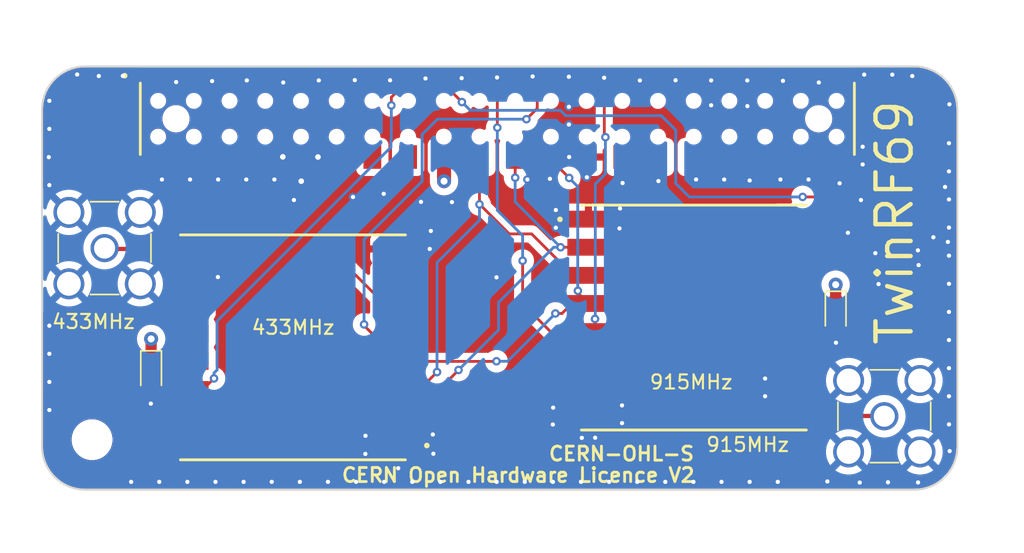
<source format=kicad_pcb>
(kicad_pcb (version 20241229) (generator "pcbnew") (generator_version "9.0")
  (layers (0 "F.Cu" signal) (4 "In1.Cu" signal) (6 "In2.Cu" signal) (2 "B.Cu" signal) (13 "F.Paste" user) (15 "B.Paste" user) (5 "F.SilkS" user "F.Silkscreen") (7 "B.SilkS" user "B.Silkscreen") (1 "F.Mask" user) (3 "B.Mask" user) (25 "Edge.Cuts" user))
  (net 0 "")
  (net 1 "5v2RPi")
  (net 2 "GND")
  (net 3 "ANT433")
  (net 4 "3v3")
  (net 5 "MOSI")
  (net 6 "MISO")
  (net 7 "SLCK")
  (net 8 "CS0")
  (net 9 "RST915")
  (net 10 "INTER433")
  (net 11 "CS1")
  (net 12 "ANT915")
  (net 13 "INTER915")
  (net 14 "RST433")
  (footprint "library-kicad:RFM69HCW" (layer "F.Cu") (at 149.2 96.38 180)
    (property "Reference" "REF**" (hide yes))
    (property "Value" "RFM69HCW")
    (fp_line (start 8 8) (end -8 8) (stroke (width 0.2032)) (layer "F.SilkS"))
    (fp_line (start -8 -8) (end 8 -8) (stroke (width 0.2032)) (layer "F.SilkS"))
    (fp_circle (center -9.525 -6.985) (end -9.425 -6.985) (stroke (width 0.2)) (fill no) (layer "F.SilkS"))
    (pad "" smd rect (at -7.5 -7 180) (size 3 1.2) (layers "F.Cu" "F.Mask" "F.Paste") (net 2 "GND"))
    (pad "" smd rect (at -7.5 -5 180) (size 3 1.2) (layers "F.Cu" "F.Mask" "F.Paste") (net 6 "MISO"))
    (pad "" smd rect (at -7.5 -3 180) (size 3 1.2) (layers "F.Cu" "F.Mask" "F.Paste") (net 5 "MOSI"))
    (pad "" smd rect (at -7.5 -1 180) (size 3 1.2) (layers "F.Cu" "F.Mask" "F.Paste") (net 7 "SLCK"))
    (pad "" smd rect (at -7.5 3 180) (size 3 1.2) (layers "F.Cu" "F.Mask" "F.Paste") (net 14 "RST433"))
    (pad "" smd rect (at -7.5 7 180) (size 3 1.2) (layers "F.Cu" "F.Mask" "F.Paste") (net 2 "GND"))
    (pad "" smd rect (at 7.5 -1 180) (size 3 1.2) (layers "F.Cu" "F.Mask" "F.Paste") (net 4 "3v3"))
    (pad "" smd rect (at 7.5 5 180) (size 3 1.2) (layers "F.Cu" "F.Mask" "F.Paste") (net 2 "GND"))
    (pad "" smd rect (at 7.5 7 180) (size 3 1.2) (layers "F.Cu" "F.Mask" "F.Paste") (net 3 "ANT433"))
    (pad "DIO0" smd rect (at 7.5 -3 180) (size 3 1.2) (layers "F.Cu" "F.Mask" "F.Paste") (net 10 "INTER433"))
    (pad "DIO1" smd rect (at 7.5 -5 180) (size 3 1.2) (layers "F.Cu" "F.Mask" "F.Paste"))
    (pad "DIO2" smd rect (at 7.5 -7 180) (size 3 1.2) (layers "F.Cu" "F.Mask" "F.Paste"))
    (pad "DIO3" smd rect (at 7.5 3 180) (size 3 1.2) (layers "F.Cu" "F.Mask" "F.Paste"))
    (pad "DIO4" smd rect (at 7.5 1 180) (size 3 1.2) (layers "F.Cu" "F.Mask" "F.Paste"))
    (pad "DIO5" smd rect (at -7.5 5 180) (size 3 1.2) (layers "F.Cu" "F.Mask" "F.Paste"))
    (pad "NSS" smd rect (at -7.5 1 180) (size 3 1.2) (layers "F.Cu" "F.Mask" "F.Paste") (net 8 "CS0"))
  )
  (footprint "Fiducial:Fiducial_1mm_Mask2mm" (layer "F.Cu") (at 133.59 98.75 90)
    (property "Reference" "FID1" (hide yes))
    (property "Value" "Fiducial_1mm_Mask2mm" (hide yes))
    (pad "" smd circle (at 0 0 90) (size 1 1) (layers "F.Cu" "F.Mask") (clearance 0.5))
  )
  (footprint "Fiducial:Fiducial_1mm_Mask2mm" (layer "F.Cu") (at 194.24 78.63 90)
    (property "Reference" "FID4" (hide yes))
    (property "Value" "Fiducial_1mm_Mask2mm" (hide yes))
    (pad "" smd circle (at 0 0 90) (size 1 1) (layers "F.Cu" "F.Mask") (clearance 0.5))
  )
  (footprint "digikey-footprints:RPi_SMD" (layer "F.Cu") (at 163.26 92.155 90)
    (property "Reference" "REF**" (hide yes))
    (property "Value" "RPi_SMD" (hide yes))
    (fp_line (start 14.575 -24.92) (end 9.495 -24.92) (stroke (width 0.2)) (layer "F.SilkS"))
    (fp_line (start 14.575 25.88) (end 9.495 25.88) (stroke (width 0.2)) (layer "F.SilkS"))
    (fp_circle (center 15.1 -26.03) (end 15.1 -26.13) (stroke (width 0.2)) (fill no) (layer "F.SilkS"))
    (fp_line (start 12.705 -31.91) (end -7.855 -31.91) (stroke (width 0.12)) (layer "Edge.Cuts"))
    (fp_line (start -7.855 -31.91) (end -11.295 -31.91) (stroke (width 0.12)) (layer "Edge.Cuts"))
    (fp_line (start 15.765 -28.85) (end 15.765 30.15) (stroke (width 0.12)) (layer "Edge.Cuts"))
    (fp_line (start -14.355 -28.85) (end -14.355 26.46) (stroke (width 0.12)) (layer "Edge.Cuts"))
    (fp_line (start -14.355 26.46) (end -14.355 30.15) (stroke (width 0.12)) (layer "Edge.Cuts"))
    (fp_line (start 12.705 33.21) (end -11.295 33.21) (stroke (width 0.12)) (layer "Edge.Cuts"))
    (fp_arc (start 12.705 -31.91) (mid 14.868747 -31.013747) (end 15.765 -28.85) (stroke (width 0.12)) (layer "Edge.Cuts"))
    (fp_arc (start -14.355 -28.85) (mid -13.458747 -31.013747) (end -11.295 -31.91) (stroke (width 0.12)) (layer "Edge.Cuts"))
    (fp_arc (start 15.765 30.15) (mid 14.868747 32.313747) (end 12.705 33.21) (stroke (width 0.12)) (layer "Edge.Cuts"))
    (fp_arc (start -11.295 33.21) (mid -13.458747 32.313747) (end -14.355 30.15) (stroke (width 0.12)) (layer "Edge.Cuts"))
    (pad "" np_thru_hole circle (at -10.795 -28.35) (size 2.75 2.75) (drill 2.75) (layers "*.Cu" "*.Mask"))
    (pad "" smd rect (at 9.315 -3.33 180) (size 1.27 1.68) (layers "F.Cu" "F.Mask" "F.Paste") (net 4 "3v3"))
    (pad "" smd rect (at 9.315 -0.79 180) (size 1.27 1.68) (layers "F.Cu" "F.Mask" "F.Paste") (net 5 "MOSI"))
    (pad "" smd rect (at 9.315 1.75 180) (size 1.27 1.68) (layers "F.Cu" "F.Mask" "F.Paste") (net 6 "MISO"))
    (pad "" smd rect (at 9.315 4.29 180) (size 1.27 1.68) (layers "F.Cu" "F.Mask" "F.Paste") (net 7 "SLCK"))
    (pad "" np_thru_hole circle (at 10.765 -23.65 180) (size 0.97 0.97) (drill 0.97) (layers "*.Cu" "*.Mask"))
    (pad "" np_thru_hole circle (at 10.765 -21.11 180) (size 0.97 0.97) (drill 0.97) (layers "*.Cu" "*.Mask"))
    (pad "" np_thru_hole circle (at 10.765 -18.57 180) (size 0.97 0.97) (drill 0.97) (layers "*.Cu" "*.Mask"))
    (pad "" np_thru_hole circle (at 10.765 -16.03 180) (size 0.97 0.97) (drill 0.97) (layers "*.Cu" "*.Mask"))
    (pad "" np_thru_hole circle (at 10.765 -13.49 180) (size 0.97 0.97) (drill 0.97) (layers "*.Cu" "*.Mask"))
    (pad "" np_thru_hole circle (at 10.765 -10.95 180) (size 0.97 0.97) (drill 0.97) (layers "*.Cu" "*.Mask"))
    (pad "" np_thru_hole circle (at 10.765 -8.41 180) (size 0.97 0.97) (drill 0.97) (layers "*.Cu" "*.Mask"))
    (pad "" np_thru_hole circle (at 10.765 -5.87 180) (size 0.97 0.97) (drill 0.97) (layers "*.Cu" "*.Mask"))
    (pad "" np_thru_hole circle (at 10.765 -3.33 180) (size 0.97 0.97) (drill 0.97) (layers "*.Cu" "*.Mask"))
    (pad "" np_thru_hole circle (at 10.765 -0.79 180) (size 0.97 0.97) (drill 0.97) (layers "*.Cu" "*.Mask"))
    (pad "" np_thru_hole circle (at 10.765 1.75 180) (size 0.97 0.97) (drill 0.97) (layers "*.Cu" "*.Mask"))
    (pad "" np_thru_hole circle (at 10.765 4.29 180) (size 0.97 0.97) (drill 0.97) (layers "*.Cu" "*.Mask"))
    (pad "" np_thru_hole circle (at 10.765 6.83 180) (size 0.97 0.97) (drill 0.97) (layers "*.Cu" "*.Mask"))
    (pad "" np_thru_hole circle (at 10.765 9.37 180) (size 0.97 0.97) (drill 0.97) (layers "*.Cu" "*.Mask"))
    (pad "" np_thru_hole circle (at 10.765 11.91 180) (size 0.97 0.97) (drill 0.97) (layers "*.Cu" "*.Mask"))
    (pad "" np_thru_hole circle (at 10.765 14.45 180) (size 0.97 0.97) (drill 0.97) (layers "*.Cu" "*.Mask"))
    (pad "" np_thru_hole circle (at 10.765 16.99 180) (size 0.97 0.97) (drill 0.97) (layers "*.Cu" "*.Mask"))
    (pad "" np_thru_hole circle (at 10.765 19.53 180) (size 0.97 0.97) (drill 0.97) (layers "*.Cu" "*.Mask"))
    (pad "" np_thru_hole circle (at 10.765 22.07 180) (size 0.97 0.97) (drill 0.97) (layers "*.Cu" "*.Mask"))
    (pad "" np_thru_hole circle (at 10.765 24.61 180) (size 0.97 0.97) (drill 0.97) (layers "*.Cu" "*.Mask"))
    (pad "" np_thru_hole circle (at 12.035 -22.38 180) (size 1.78 1.78) (drill 1.78) (layers "*.Cu" "*.Mask"))
    (pad "" np_thru_hole circle (at 12.035 23.34 180) (size 1.78 1.78) (drill 1.78) (layers "*.Cu" "*.Mask"))
    (pad "" np_thru_hole circle (at 13.305 -23.65 180) (size 0.97 0.97) (drill 0.97) (layers "*.Cu" "*.Mask"))
    (pad "" np_thru_hole circle (at 13.305 -21.11 180) (size 0.97 0.97) (drill 0.97) (layers "*.Cu" "*.Mask"))
    (pad "" np_thru_hole circle (at 13.305 -18.57 180) (size 0.97 0.97) (drill 0.97) (layers "*.Cu" "*.Mask"))
    (pad "" np_thru_hole circle (at 13.305 -16.03 180) (size 0.97 0.97) (drill 0.97) (layers "*.Cu" "*.Mask"))
    (pad "" np_thru_hole circle (at 13.305 -13.49 180) (size 0.97 0.97) (drill 0.97) (layers "*.Cu" "*.Mask"))
    (pad "" np_thru_hole circle (at 13.305 -10.95 180) (size 0.97 0.97) (drill 0.97) (layers "*.Cu" "*.Mask"))
    (pad "" np_thru_hole circle (at 13.305 -8.41 180) (size 0.97 0.97) (drill 0.97) (layers "*.Cu" "*.Mask"))
    (pad "" np_thru_hole circle (at 13.305 -5.87 180) (size 0.97 0.97) (drill 0.97) (layers "*.Cu" "*.Mask"))
    (pad "" np_thru_hole circle (at 13.305 -3.33 180) (size 0.97 0.97) (drill 0.97) (layers "*.Cu" "*.Mask"))
    (pad "" np_thru_hole circle (at 13.305 -0.79 180) (size 0.97 0.97) (drill 0.97) (layers "*.Cu" "*.Mask"))
    (pad "" np_thru_hole circle (at 13.305 1.75 180) (size 0.97 0.97) (drill 0.97) (layers "*.Cu" "*.Mask"))
    (pad "" np_thru_hole circle (at 13.305 4.29 180) (size 0.97 0.97) (drill 0.97) (layers "*.Cu" "*.Mask"))
    (pad "" np_thru_hole circle (at 13.305 6.83 180) (size 0.97 0.97) (drill 0.97) (layers "*.Cu" "*.Mask"))
    (pad "" np_thru_hole circle (at 13.305 9.37 180) (size 0.97 0.97) (drill 0.97) (layers "*.Cu" "*.Mask"))
    (pad "" np_thru_hole circle (at 13.305 11.91 180) (size 0.97 0.97) (drill 0.97) (layers "*.Cu" "*.Mask"))
    (pad "" np_thru_hole circle (at 13.305 14.45 180) (size 0.97 0.97) (drill 0.97) (layers "*.Cu" "*.Mask"))
    (pad "" np_thru_hole circle (at 13.305 16.99 180) (size 0.97 0.97) (drill 0.97) (layers "*.Cu" "*.Mask"))
    (pad "" np_thru_hole circle (at 13.305 19.53 180) (size 0.97 0.97) (drill 0.97) (layers "*.Cu" "*.Mask"))
    (pad "" np_thru_hole circle (at 13.305 22.07 180) (size 0.97 0.97) (drill 0.97) (layers "*.Cu" "*.Mask"))
    (pad "" np_thru_hole circle (at 13.305 24.61 180) (size 0.97 0.97) (drill 0.97) (layers "*.Cu" "*.Mask"))
    (pad "01" smd rect (at 14.755 -23.65 180) (size 1.27 1.68) (layers "F.Cu" "F.Mask" "F.Paste") (net 1 "5v2RPi"))
    (pad "03" smd rect (at 14.755 -21.11 180) (size 1.27 1.68) (layers "F.Cu" "F.Mask" "F.Paste") (net 1 "5v2RPi"))
    (pad "3v3" smd rect (at 9.315 -23.65 180) (size 1.27 1.68) (layers "F.Cu" "F.Mask" "F.Paste"))
    (pad "04" smd rect (at 9.315 -21.11 180) (size 1.27 1.68) (layers "F.Cu" "F.Mask" "F.Paste"))
    (pad "06" smd rect (at 9.315 -18.57 180) (size 1.27 1.68) (layers "F.Cu" "F.Mask" "F.Paste"))
    (pad "07" smd rect (at 14.755 -16.03 180) (size 1.27 1.68) (layers "F.Cu" "F.Mask" "F.Paste"))
    (pad "08" smd rect (at 9.315 -16.03 180) (size 1.27 1.68) (layers "F.Cu" "F.Mask" "F.Paste"))
    (pad "09" smd rect (at 14.755 -13.49 180) (size 1.27 1.68) (layers "F.Cu" "F.Mask" "F.Paste"))
    (pad "11" smd rect (at 14.755 -10.95 180) (size 1.27 1.68) (layers "F.Cu" "F.Mask" "F.Paste"))
    (pad "14" smd rect (at 9.315 -8.41 180) (size 1.27 1.68) (layers "F.Cu" "F.Mask" "F.Paste"))
    (pad "15" smd rect (at 9.315 -5.87 180) (size 1.27 1.68) (layers "F.Cu" "F.Mask" "F.Paste") (net 14 "RST433"))
    (pad "16" smd rect (at 14.755 -5.87 180) (size 1.27 1.68) (layers "F.Cu" "F.Mask" "F.Paste") (net 10 "INTER433"))
    (pad "18" smd rect (at 14.755 -3.33 180) (size 1.27 1.68) (layers "F.Cu" "F.Mask" "F.Paste") (net 13 "INTER915"))
    (pad "22" smd rect (at 14.755 1.75 180) (size 1.27 1.68) (layers "F.Cu" "F.Mask" "F.Paste") (net 9 "RST915"))
    (pad "24" smd rect (at 14.755 4.29 180) (size 1.27 1.68) (layers "F.Cu" "F.Mask" "F.Paste") (net 8 "CS0"))
    (pad "26" smd rect (at 14.755 6.83 180) (size 1.27 1.68) (layers "F.Cu" "F.Mask" "F.Paste") (net 11 "CS1"))
    (pad "27" smd rect (at 14.755 9.37 180) (size 1.27 1.68) (layers "F.Cu" "F.Mask" "F.Paste"))
    (pad "28" smd rect (at 9.315 9.37 180) (size 1.27 1.68) (layers "F.Cu" "F.Mask" "F.Paste"))
    (pad "30" smd rect (at 9.315 11.91 180) (size 1.27 1.68) (layers "F.Cu" "F.Mask" "F.Paste"))
    (pad "31" smd rect (at 14.755 14.45 180) (size 1.27 1.68) (layers "F.Cu" "F.Mask" "F.Paste"))
    (pad "32" smd rect (at 9.315 14.45 180) (size 1.27 1.68) (layers "F.Cu" "F.Mask" "F.Paste"))
    (pad "34" smd rect (at 9.315 16.99 180) (size 1.27 1.68) (layers "F.Cu" "F.Mask" "F.Paste"))
    (pad "35" smd rect (at 14.755 19.53 180) (size 1.27 1.68) (layers "F.Cu" "F.Mask" "F.Paste"))
    (pad "36" smd rect (at 9.315 19.53 180) (size 1.27 1.68) (layers "F.Cu" "F.Mask" "F.Paste"))
    (pad "37" smd rect (at 14.755 22.07 180) (size 1.27 1.68) (layers "F.Cu" "F.Mask" "F.Paste"))
    (pad "38" smd rect (at 9.315 22.07 180) (size 1.27 1.68) (layers "F.Cu" "F.Mask" "F.Paste"))
    (pad "39" smd rect (at 14.755 24.61 180) (size 1.27 1.68) (layers "F.Cu" "F.Mask" "F.Paste"))
    (pad "GND" smd rect (at 9.315 -13.49 180) (size 1.27 1.68) (layers "F.Cu" "F.Mask" "F.Paste") (net 2 "GND"))
    (pad "GND" smd rect (at 9.315 6.83 180) (size 1.27 1.68) (layers "F.Cu" "F.Mask" "F.Paste") (net 2 "GND"))
    (pad "GND" smd rect (at 9.315 24.61 180) (size 1.27 1.68) (layers "F.Cu" "F.Mask" "F.Paste") (net 2 "GND"))
    (pad "GND" smd rect (at 14.755 -18.57 180) (size 1.27 1.68) (layers "F.Cu" "F.Mask" "F.Paste") (net 2 "GND"))
    (pad "GND" smd rect (at 14.755 -8.41 180) (size 1.27 1.68) (layers "F.Cu" "F.Mask" "F.Paste") (net 2 "GND"))
    (pad "GND" smd rect (at 14.755 -0.79 180) (size 1.27 1.68) (layers "F.Cu" "F.Mask" "F.Paste") (net 2 "GND"))
    (pad "GND" smd rect (at 14.755 11.91 180) (size 1.27 1.68) (layers "F.Cu" "F.Mask" "F.Paste") (net 2 "GND"))
    (pad "GND" smd rect (at 14.755 16.99 180) (size 1.27 1.68) (layers "F.Cu" "F.Mask" "F.Paste") (net 2 "GND"))
    (pad "GPIO17" smd rect (at 9.315 -10.95 180) (size 1.27 1.68) (layers "F.Cu" "F.Mask" "F.Paste"))
  )
  (footprint "Fiducial:Fiducial_1mm_Mask2mm" (layer "F.Cu") (at 133.4 78.53 90)
    (property "Reference" "FID2" (hide yes))
    (property "Value" "Fiducial_1mm_Mask2mm" (hide yes))
    (pad "" smd circle (at 0 0 90) (size 1 1) (layers "F.Cu" "F.Mask") (clearance 0.5))
  )
  (footprint "Connectors:SMA_THT_Jack_Straight" (layer "F.Cu") (at 135.8 89.32)
    (property "Reference" "REF**" (hide yes))
    (property "Value" "SMA_THT_Jack_Straight" (hide yes))
    (fp_line (start -3.3 -1) (end -3.3 1) (stroke (width 0.12)) (layer "F.SilkS"))
    (fp_line (start -1 -3.3) (end 1 -3.3) (stroke (width 0.12)) (layer "F.SilkS"))
    (fp_line (start -1 3.3) (end 1 3.3) (stroke (width 0.12)) (layer "F.SilkS"))
    (fp_line (start 3.3 -1) (end 3.3 1) (stroke (width 0.12)) (layer "F.SilkS"))
    (pad "" thru_hole circle (at 0 0) (size 2 2) (drill 1.5) (layers "*.Cu" "*.Mask") (net 3 "ANT433"))
    (pad "" thru_hole circle (at 2.54 2.54) (size 2.2 2.2) (drill 1.7) (layers "*.Cu" "*.Mask") (net 2 "GND"))
    (pad "2" thru_hole circle (at -2.54 -2.54) (size 2.2 2.2) (drill 1.7) (layers "*.Cu" "*.Mask") (net 2 "GND"))
    (pad "2" thru_hole circle (at -2.54 2.54) (size 2.2 2.2) (drill 1.7) (layers "*.Cu" "*.Mask") (net 2 "GND"))
    (pad "2" thru_hole circle (at 2.54 -2.54) (size 2.2 2.2) (drill 1.7) (layers "*.Cu" "*.Mask") (net 2 "GND"))
  )
  (footprint "LOGO" (layer "F.Cu") (at 163.68 94.94)
    (property "Reference" "G***" (hide yes))
    (property "Value" "LOGO" (hide yes))
  )
  (footprint "Fiducial:Fiducial_1mm_Mask2mm" (layer "F.Cu") (at 185.61 104.94 90)
    (property "Reference" "FID5" (hide yes))
    (property "Value" "Fiducial_1mm_Mask2mm" (hide yes))
    (pad "" smd circle (at 0 0 90) (size 1 1) (layers "F.Cu" "F.Mask") (clearance 0.5))
  )
  (footprint "library-kicad:RFM69HCW" (layer "F.Cu") (at 177.72 94.26)
    (property "Reference" "REF**" (hide yes))
    (property "Value" "RFM69HCW")
    (fp_line (start -8 -8) (end 8 -8) (stroke (width 0.2032)) (layer "F.SilkS"))
    (fp_line (start 8 8) (end -8 8) (stroke (width 0.2032)) (layer "F.SilkS"))
    (fp_circle (center -9.525 -6.985) (end -9.425 -6.985) (stroke (width 0.2)) (fill no) (layer "F.SilkS"))
    (pad "" smd rect (at -7.5 -7) (size 3 1.2) (layers "F.Cu" "F.Mask" "F.Paste") (net 2 "GND"))
    (pad "" smd rect (at -7.5 -5) (size 3 1.2) (layers "F.Cu" "F.Mask" "F.Paste") (net 6 "MISO"))
    (pad "" smd rect (at -7.5 -3) (size 3 1.2) (layers "F.Cu" "F.Mask" "F.Paste") (net 5 "MOSI"))
    (pad "" smd rect (at -7.5 -1) (size 3 1.2) (layers "F.Cu" "F.Mask" "F.Paste") (net 7 "SLCK"))
    (pad "" smd rect (at -7.5 3) (size 3 1.2) (layers "F.Cu" "F.Mask" "F.Paste") (net 9 "RST915"))
    (pad "" smd rect (at -7.5 7) (size 3 1.2) (layers "F.Cu" "F.Mask" "F.Paste") (net 2 "GND"))
    (pad "" smd rect (at 7.5 -1) (size 3 1.2) (layers "F.Cu" "F.Mask" "F.Paste") (net 4 "3v3"))
    (pad "" smd rect (at 7.5 5) (size 3 1.2) (layers "F.Cu" "F.Mask" "F.Paste") (net 2 "GND"))
    (pad "" smd rect (at 7.5 7) (size 3 1.2) (layers "F.Cu" "F.Mask" "F.Paste") (net 12 "ANT915"))
    (pad "DIO0" smd rect (at 7.5 -3) (size 3 1.2) (layers "F.Cu" "F.Mask" "F.Paste") (net 13 "INTER915"))
    (pad "DIO1" smd rect (at 7.5 -5) (size 3 1.2) (layers "F.Cu" "F.Mask" "F.Paste"))
    (pad "DIO2" smd rect (at 7.5 -7) (size 3 1.2) (layers "F.Cu" "F.Mask" "F.Paste"))
    (pad "DIO3" smd rect (at 7.5 3) (size 3 1.2) (layers "F.Cu" "F.Mask" "F.Paste"))
    (pad "DIO4" smd rect (at 7.5 1) (size 3 1.2) (layers "F.Cu" "F.Mask" "F.Paste"))
    (pad "DIO5" smd rect (at -7.5 5) (size 3 1.2) (layers "F.Cu" "F.Mask" "F.Paste"))
    (pad "NSS" smd rect (at -7.5 1) (size 3 1.2) (layers "F.Cu" "F.Mask" "F.Paste") (net 11 "CS1"))
  )
  (footprint "Connectors:SMA_THT_Jack_Straight" (layer "F.Cu") (at 191.27 101.28 180)
    (property "Reference" "REF**" (hide yes))
    (property "Value" "SMA_THT_Jack_Straight" (hide yes))
    (fp_line (start 3.3 -1) (end 3.3 1) (stroke (width 0.12)) (layer "F.SilkS"))
    (fp_line (start -1 3.3) (end 1 3.3) (stroke (width 0.12)) (layer "F.SilkS"))
    (fp_line (start -1 -3.3) (end 1 -3.3) (stroke (width 0.12)) (layer "F.SilkS"))
    (fp_line (start -3.3 -1) (end -3.3 1) (stroke (width 0.12)) (layer "F.SilkS"))
    (pad "" thru_hole circle (at 0 0 180) (size 2 2) (drill 1.5) (layers "*.Cu" "*.Mask") (net 12 "ANT915"))
    (pad "" thru_hole circle (at 2.54 2.54 180) (size 2.2 2.2) (drill 1.7) (layers "*.Cu" "*.Mask") (net 2 "GND"))
    (pad "2" thru_hole circle (at -2.54 -2.54 180) (size 2.2 2.2) (drill 1.7) (layers "*.Cu" "*.Mask") (net 2 "GND"))
    (pad "2" thru_hole circle (at -2.54 2.54 180) (size 2.2 2.2) (drill 1.7) (layers "*.Cu" "*.Mask") (net 2 "GND"))
    (pad "2" thru_hole circle (at 2.54 -2.54 180) (size 2.2 2.2) (drill 1.7) (layers "*.Cu" "*.Mask") (net 2 "GND"))
  )
  (footprint "LED_SMD:LED_0603_1608Metric_Pad1.05x0.95mm_HandSolder" (layer "F.Cu") (at 187.81 94.0525 -90)
    (property "Reference" "D1" (hide yes))
    (property "Value" "" (hide yes))
    (fp_line (start -1.66 0.735) (end 0.8 0.735) (stroke (width 0.12)) (layer "F.SilkS"))
    (fp_line (start -1.66 -0.735) (end -1.66 0.735) (stroke (width 0.12)) (layer "F.SilkS"))
    (fp_line (start 0.8 -0.735) (end -1.66 -0.735) (stroke (width 0.12)) (layer "F.SilkS"))
    (pad "" smd roundrect (at 0.875 0 270) (size 1.05 0.95) (layers "F.Cu" "F.Mask" "F.Paste") (net 2 "GND"))
    (pad "1" smd roundrect (at -0.875 0 270) (size 1.05 0.95) (layers "F.Cu" "F.Mask" "F.Paste") (net 4 "3v3"))
  )
  (footprint "LED_SMD:LED_0603_1608Metric_Pad1.05x0.95mm_HandSolder" (layer "F.Cu") (at 139.11 98.285 -90)
    (property "Reference" "D1" (hide yes))
    (property "Value" "" (hide yes))
    (fp_line (start -1.66 0.735) (end 0.8 0.735) (stroke (width 0.12)) (layer "F.SilkS"))
    (fp_line (start -1.66 -0.735) (end -1.66 0.735) (stroke (width 0.12)) (layer "F.SilkS"))
    (fp_line (start 0.8 -0.735) (end -1.66 -0.735) (stroke (width 0.12)) (layer "F.SilkS"))
    (pad "" smd roundrect (at 0.875 0 270) (size 1.05 0.95) (layers "F.Cu" "F.Mask" "F.Paste") (net 2 "GND"))
    (pad "1" smd roundrect (at -0.875 0 270) (size 1.05 0.95) (layers "F.Cu" "F.Mask" "F.Paste") (net 4 "3v3"))
  )
  (gr_text "TwinRF69" (at 192 87.5 90) (layer "F.SilkS") (effects (font (size 2.5 2.5) (thickness 0.3125))))
  (gr_text "CERN Open Hardware Licence V2" (at 152.57 106.06 0) (layer "F.SilkS") (effects (font (size 1 1) (thickness 0.2) (bold yes)) (justify left bottom)))
  (gr_text "CERN-OHL-S" (at 167.3 104.54 0) (layer "F.SilkS") (effects (font (size 1 1) (thickness 0.2) (bold yes)) (justify left bottom)))
  (gr_text "915MHz" (at 177.53 98.85 0) (layer "F.SilkS") (effects (font (size 1.003244 1.003244))))
  (gr_text "433MHz" (at 149.21 94.96 0) (layer "F.SilkS") (effects (font (size 1.003244 1.003244))))
  (gr_text "433MHz" (at 135.01 94.55 0) (layer "F.SilkS") (effects (font (size 1.003244 1.003244))))
  (gr_text "915MHz" (at 181.55 103.3 0) (layer "F.SilkS") (effects (font (size 1.003244 1.003244))))
  (segment (start 143.45 77.44) (end 143.49 77.4) (width 0.2) (layer "F.Cu") (net 2))
  (segment (start 185.22 99.26) (end 183.45 99.26) (width 0.2) (layer "F.Cu") (net 2))
  (segment (start 170.22 87.26) (end 168.7 87.26) (width 0.2) (layer "F.Cu") (net 2))
  (segment (start 193.15 99.26) (end 193.69 98.72) (width 0.3) (layer "F.Cu") (net 2))
  (segment (start 139.11 99.16) (end 139.11 100.365) (width 0.4) (layer "F.Cu") (net 2))
  (segment (start 187.83 96.05) (end 187.83 94.9475) (width 0.2) (layer "F.Cu") (net 2))
  (segment (start 158.93 89.38) (end 156.7 89.38) (width 0.6) (layer "F.Cu") (net 2))
  (segment (start 143.86 91.38) (end 141.7 91.38) (width 0.5) (layer "F.Cu") (net 2))
  (segment (start 187.87 83.025) (end 187.87 83.28) (width 0.6) (layer "F.Cu") (net 2))
  (segment (start 183.45 99.26) (end 182.79 98.6) (width 0.2) (layer "F.Cu") (net 2))
  (segment (start 187.83 94.9475) (end 187.81 94.9275) (width 0.2) (layer "F.Cu") (net 2))
  (segment (start 133.77 91.38) (end 133.23 91.92) (width 0.3) (layer "F.Cu") (net 2))
  (segment (start 162.27 77.6) (end 162.19 77.52) (width 0.2) (layer "F.Cu") (net 2))
  (segment (start 187.87 83.3) (end 187.87 83.025) (width 0.6) (layer "F.Cu") (net 2))
  (via (at 139.69 105.95) (size 0.6) (drill 0.3) (layers "F.Cu" "B.Cu") (net 2))
  (via (at 155.66 85.46) (size 0.6) (drill 0.3) (layers "F.Cu" "B.Cu") (net 2))
  (via (at 163.68 91.4) (size 0.6) (drill 0.3) (layers "F.Cu" "B.Cu") (net 2))
  (via (at 187.22 105.92) (size 0.6) (drill 0.3) (layers "F.Cu" "B.Cu") (net 2))
  (via (at 172.61 101.77) (size 0.6) (drill 0.3) (layers "F.Cu" "B.Cu") (net 2))
  (via (at 195.87 99.86) (size 0.6) (drill 0.3) (layers "F.Cu" "B.Cu") (net 2))
  (via (at 184.06 77.42) (size 0.6) (drill 0.3) (layers "F.Cu" "B.Cu") (net 2))
  (via (at 153.69 105.95) (size 0.6) (drill 0.3) (layers "F.Cu" "B.Cu") (net 2))
  (via (at 149.79 84.56) (size 0.8) (drill 0.4) (layers "F.Cu" "B.Cu") (net 2))
  (via (at 145.92 77.39) (size 0.6) (drill 0.3) (layers "F.Cu" "B.Cu") (net 2))
  (via (at 169.75 102.82) (size 0.6) (drill 0.3) (layers "F.Cu" "B.Cu") (net 2))
  (via (at 183.69 105.95) (size 0.6) (drill 0.3) (layers "F.Cu" "B.Cu") (net 2))
  (via (at 148.51 77.54) (size 0.6) (drill 0.3) (layers "F.Cu" "B.Cu") (net 2))
  (via (at 195.87 83.86) (size 0.6) (drill 0.3) (layers "F.Cu" "B.Cu") (net 2))
  (via (at 153.474265 85.684265) (size 0.6) (drill 0.3) (layers "F.Cu" "B.Cu") (net 2))
  (via (at 193.66 89.48) (size 0.6) (drill 0.3) (layers "F.Cu" "B.Cu") (net 2))
  (via (at 193.67 105.99) (size 0.6) (drill 0.3) (layers "F.Cu" "B.Cu") (net 2))
  (via (at 143.88 84.44) (size 0.6) (drill 0.3) (layers "F.Cu" "B.Cu") (net 2))
  (via (at 161.689999 105.95) (size 0.6) (drill 0.3) (layers "F.Cu" "B.Cu") (net 2))
  (via (at 159.19 103.95) (size 0.6) (drill 0.3) (layers "F.Cu" "B.Cu") (net 2))
  (via (at 181.52 77.39) (size 0.6) (drill 0.3) (layers "F.Cu" "B.Cu") (net 2))
  (via (at 168.85 82.84) (size 0.6) (drill 0.3) (layers "F.Cu" "B.Cu") (net 2))
  (via (at 143.69 105.95) (size 0.6) (drill 0.3) (layers "F.Cu" "B.Cu") (net 2))
  (via (at 145.69 105.95) (size 0.6) (drill 0.3) (layers "F.Cu" "B.Cu") (net 2))
  (via (at 170.11 84.28) (size 0.6) (drill 0.3) (layers "F.Cu" "B.Cu") (net 2))
  (via (at 141.88 84.44) (size 0.6) (drill 0.3) (layers "F.Cu" "B.Cu") (net 2))
  (via (at 131.87 80.84) (size 0.6) (drill 0.3) (layers "F.Cu" "B.Cu") (net 2))
  (via (at 195.87 89.86) (size 0.6) (drill 0.3) (layers "F.Cu" "B.Cu") (net 2))
  (via (at 177.69 105.95) (size 0.6) (drill 0.3) (layers "F.Cu" "B.Cu") (net 2))
  (via (at 139.09 100.385) (size 0.6) (drill 0.3) (layers "F.Cu" "B.Cu") (net 2))
  (via (at 189.52 106) (size 0.6) (drill 0.3) (layers "F.Cu" "B.Cu") (net 2))
  (via (at 190.86 91.88) (size 0.6) (drill 0.3) (layers "F.Cu" "B.Cu") (net 2))
  (via (at 170.7 102.81) (size 0.6) (drill 0.3) (layers "F.Cu" "B.Cu") (net 2))
  (via (at 195.87 97.86) (size 0.6) (drill 0.3) (layers "F.Cu" "B.Cu") (net 2))
  (via (at 137.100001 77.07) (size 0.6) (drill 0.3) (layers "F.Cu" "B.Cu") (net 2))
  (via (at 147.69 105.95) (size 0.6) (drill 0.3) (layers "F.Cu" "B.Cu") (net 2))
  (via (at 177.88 84.44) (size 0.6) (drill 0.3) (layers "F.Cu" "B.Cu") (net 2))
  (via (at 171.34 77.2) (size 0.6) (drill 0.3) (layers "F.Cu" "B.Cu") (net 2))
  (via (at 167.69 105.95) (size 0.6) (drill 0.3) (layers "F.Cu" "B.Cu") (net 2))
  (via (at 167.48 84.39) (size 0.6) (drill 0.3) (layers "F.Cu" "B.Cu") (net 2))
  (via (at 157.69 105.95) (size 0.6) (drill 0.3) (layers "F.Cu" "B.Cu") (net 2))
  (via (at 151.69 105.95) (size 0.6) (drill 0.3) (layers "F.Cu" "B.Cu") (net 2))
  (via (at 188.09 84.71) (size 0.6) (drill 0.3) (layers "F.Cu" "B.Cu") (net 2))
  (via (at 169.69 105.95) (size 0.6) (drill 0.3) (layers "F.Cu" "B.Cu") (net 2))
  (via (at 195.87 91.86) (size 0.6) (drill 0.3) (layers "F.Cu" "B.Cu") (net 2))
  (via (at 181.53 79.22) (size 0.6) (drill 0.3) (layers "F.Cu" "B.Cu") (net 2))
  (via (at 172.43 87.92) (size 0.6) (drill 0.3) (layers "F.Cu" "B.Cu") (net 2))
  (via (at 163.69 105.95) (size 0.6) (drill 0.3) (layers "F.Cu" "B.Cu") (net 2))
  (via (at 194.76 88.55) (size 0.6) (drill 0.3) (layers "F.Cu" "B.Cu") (net 2))
  (via (at 172.65 84.69) (size 0.6) (drill 0.3) (layers "F.Cu" "B.Cu") (net 2))
  (via (at 187.83 96.05) (size 0.6) (drill 0.3) (layers "F.Cu" "B.Cu") (net 2))
  (via (at 195.87 93.859999) (size 0.6) (drill 0.3) (layers "F.Cu" "B.Cu") (net 2))
  (via (at 193.71 90.53) (size 0.6) (drill 0.3) (layers "F.Cu" "B.Cu") (net 2))
  (via (at 172.61 100.51) (size 0.6) (drill 0.3) (layers "F.Cu" "B.Cu") (net 2))
  (via (at 158.31 86.03) (size 0.6) (drill 0.3) (layers "F.Cu" "B.Cu") (net 2))
  (via (at 165.88 84.44) (size 0.6) (drill 0.3) (layers "F.Cu" "B.Cu") (net 2))
  (via (at 141.69 105.95) (size 0.6) (drill 0.3) (layers "F.Cu" "B.Cu") (net 2))
  (via (at 153.6 77.37) (size 0.6) (drill 0.3) (layers "F.Cu" "B.Cu") (net 2))
  (via (at 131.87 84.84) (size 0.6) (drill 0.3) (layers "F.Cu" "B.Cu") (net 2))
  (via (at 195.87 95.86) (size 0.6) (drill 0.3) (layers "F.Cu" "B.Cu") (net 2))
  (via (at 163.72 77.18) (size 0.6) (drill 0.3) (layers "F.Cu" "B.Cu") (net 2))
  (via (at 172.47 86.5) (size 0.6) (drill 0.3) (layers "F.Cu" "B.Cu") (net 2))
  (via (at 195.59 84.97) (size 0.6) (drill 0.3) (layers "F.Cu" "B.Cu") (net 2))
  (via (at 131.87 96.84) (size 0.6) (drill 0.3) (layers "F.Cu" "B.Cu") (net 2))
  (via (at 195.87 85.86) (size 0.6) (drill 0.3) (layers "F.Cu" "B.Cu") (net 2))
  (via (at 149.27 85.9) (size 0.6) (drill 0.3) (layers "F.Cu" "B.Cu") (net 2))
  (via (at 195.87 87.86) (size 0.6) (drill 0.3) (layers "F.Cu" "B.Cu") (net 2))
  (via (at 150.98 82.84) (size 0.8) (drill 0.4) (layers "F.Cu" "B.Cu") (net 2))
  (via (at 166.25 77.11) (size 0.6) (drill 0.3) (layers "F.Cu" "B.Cu") (net 2))
  (via (at 188.68 88.23) (size 0.6) (drill 0.3) (layers "F.Cu" "B.Cu") (net 2))
  (via (at 131.87 78.839999) (size 0.6) (drill 0.3) (layers "F.Cu" "B.Cu") (net 2))
  (via (at 167.9 87.87) (size 0.6) (drill 0.3) (layers "F.Cu" "B.Cu") (net 2))
  (via (at 165.69 105.95) (size 0.6) (drill 0.3) (layers "F.Cu" "B.Cu") (net 2))
  (via (at 158.93 89.38) (size 0.6) (drill 0.3) (layers "F.Cu" "B.Cu") (net 2))
  (via (at 182.79 98.6) (size 0.6) (drill 0.3) (layers "F.Cu" "B.Cu") (net 2))
  (via (at 179.88 84.44) (size 0.6) (drill 0.3) (layers "F.Cu" "B.Cu") (net 2))
  (via (at 154.36 102.67) (size 0.6) (drill 0.3) (layers "F.Cu" "B.Cu") (net 2))
  (via (at 181.69 84.51) (size 0.6) (drill 0.3) (layers "F.Cu" "B.Cu") (net 2))
  (via (at 179.69 105.95) (size 0.6) (drill 0.3) (layers "F.Cu" "B.Cu") (net 2))
  (via (at 133.85 76.97) (size 0.6) (drill 0.3) (layers "F.Cu" "B.Cu") (net 2))
  (via (at 155.69 105.95) (size 0.6) (drill 0.3) (layers "F.Cu" "B.Cu") (net 2))
  (via (at 195.9 79.09) (size 0.6) (drill 0.3) (layers "F.Cu" "B.Cu") (net 2))
  (via (at 151.04 77.39) (size 0.6) (drill 0.3) (layers "F.Cu" "B.Cu") (net 2))
  (via (at 143.45 77.44) (size 0.6) (drill 0.3) (layers "F.Cu" "B.Cu") (net 2))
  (via (at 186.61 77.54) (size 0.6) (drill 0.3) (layers "F.Cu" "B.Cu") (net 2))
  (via (at 149.689999 105.95) (size 0.6) (drill 0.3) (layers "F.Cu" "B.Cu") (net 2))
  (via (at 168.83 80.53) (size 0.6) (drill 0.3) (layers "F.Cu" "B.Cu") (net 2))
  (via (at 178.95 77.39) (size 0.6) (drill 0.3) (layers "F.Cu" "B.Cu") (net 2))
  (via (at 190.63 89.68) (size 0.6) (drill 0.3) (layers "F.Cu" "B.Cu") (net 2))
  (via (at 195.87 81.859999) (size 0.6) (drill 0.3) (layers "F.Cu" "B.Cu") (net 2))
  (via (at 140.89 77.51) (size 0.6) (drill 0.3) (layers "F.Cu" "B.Cu") (net 2))
  (via (at 189.73 83.37) (size 0.6) (drill 0.3) (layers "F.Cu" "B.Cu") (net 2))
  (via (at 195.87 101.86) (size 0.6) (drill 0.3) (layers "F.Cu" "B.Cu") (net 2))
  (via (at 148.48 82.83) (size 0.8) (drill 0.4) (layers "F.Cu" "B.Cu") (net 2))
  (via (at 131.87 94.84) (size 0.6) (drill 0.3) (layers "F.Cu" "B.Cu") (net 2))
  (via (at 137.689999 105.95) (size 0.6) (drill 0.3) (layers "F.Cu" "B.Cu") (net 2))
  (via (at 175.69 105.95) (size 0.6) (drill 0.3) (layers "F.Cu" "B.Cu") (net 2))
  (via (at 193.26 77.08) (size 0.6) (drill 0.3) (layers "F.Cu" "B.Cu") (net 2))
  (via (at 143.86 91.38) (size 0.6) (drill 0.3) (layers "F.Cu" "B.Cu") (net 2))
  (via (at 167.69 101.87) (size 0.6) (drill 0.3) (layers "F.Cu" "B.Cu") (net 2))
  (via (at 189.73 82.11) (size 0.6) (drill 0.3) (layers "F.Cu" "B.Cu") (net 2))
  (via (at 135.39 77.08) (size 0.6) (drill 0.3) (layers "F.Cu" "B.Cu") (net 2))
  (via (at 131.87 98.84) (size 0.6) (drill 0.3) (layers "F.Cu" "B.Cu") (net 2))
  (via (at 154.35 103.96) (size 0.6) (drill 0.3) (layers "F.Cu" "B.Cu") (net 2))
  (via (at 167.71 100.67) (size 0.6) (drill 0.3) (layers "F.Cu" "B.Cu") (net 2))
  (via (at 158.63 77.25) (size 0.6) (drill 0.3) (layers "F.Cu" "B.Cu") (net 2))
  (via (at 156.69 104.98) (size 0.6) (drill 0.3) (layers "F.Cu" "B.Cu") (net 2))
  (via (at 181.69 105.95) (size 0.6) (drill 0.3) (layers "F.Cu" "B.Cu") (net 2))
  (via (at 175.2 84.55) (size 0.6) (drill 0.3) (layers "F.Cu" "B.Cu") (net 2))
  (via (at 131.83 82.85) (size 0.6) (drill 0.3) (layers "F.Cu" "B.Cu") (net 2))
  (via (at 168.83 77.13) (size 0.6) (drill 0.3) (layers "F.Cu" "B.Cu") (net 2))
  (via (at 176.42 77.38) (size 0.6) (drill 0.3) (layers "F.Cu" "B.Cu") (net 2))
  (via (at 161.2 77.23) (size 0.6) (drill 0.3) (layers "F.Cu" "B.Cu") (net 2))
  (via (at 191.53 105.98) (size 0.6) (drill 0.3) (layers "F.Cu" "B.Cu") (net 2))
  (via (at 195.79 88.88) (size 0.6) (drill 0.3) (layers "F.Cu" "B.Cu") (net 2))
  (via (at 182.79 99.86) (size 0.6) (drill 0.3) (layers "F.Cu" "B.Cu") (net 2))
  (via (at 191.840001 76.98) (size 0.6) (drill 0.3) (layers "F.Cu" "B.Cu") (net 2))
  (via (at 168.83 79.27) (size 0.6) (drill 0.3) (layers "F.Cu" "B.Cu") (net 2))
  (via (at 195.92 103.76) (size 0.6) (drill 0.3) (layers "F.Cu" "B.Cu") (net 2))
  (via (at 160.51 86.05) (size 0.6) (drill 0.3) (layers "F.Cu" "B.Cu") (net 2))
  (via (at 167.9 86.61) (size 0.6) (drill 0.3) (layers "F.Cu" "B.Cu") (net 2))
  (via (at 147.88 84.44) (size 0.6) (drill 0.3) (layers "F.Cu" "B.Cu") (net 2))
  (via (at 189.61 85.9) (size 0.6) (drill 0.3) (layers "F.Cu" "B.Cu") (net 2))
  (via (at 145.88 84.44) (size 0.6) (drill 0.3) (layers "F.Cu" "B.Cu") (net 2))
  (via (at 189.84 76.98) (size 0.6) (drill 0.3) (layers "F.Cu" "B.Cu") (net 2))
  (via (at 185.88 84.44) (size 0.6) (drill 0.3) (layers "F.Cu" "B.Cu") (net 2))
  (via (at 159.01 88.1) (size 0.6) (drill 0.3) (layers "F.Cu" "B.Cu") (net 2))
  (via (at 156.11 77.38) (size 0.6) (drill 0.3) (layers "F.Cu" "B.Cu") (net 2))
  (via (at 131.87 100.84) (size 0.6) (drill 0.3) (layers "F.Cu" "B.Cu") (net 2))
  (via (at 159.15 102.58) (size 0.6) (drill 0.3) (layers "F.Cu" "B.Cu") (net 2))
  (via (at 173.689999 105.95) (size 0.6) (drill 0.3) (layers "F.Cu" "B.Cu") (net 2))
  (via (at 178.95 79.16) (size 0.6) (drill 0.3) (layers "F.Cu" "B.Cu") (net 2))
  (via (at 159.69 105.95) (size 0.6) (drill 0.3) (layers "F.Cu" "B.Cu") (net 2))
  (via (at 173.88 77.39) (size 0.6) (drill 0.3) (layers "F.Cu" "B.Cu") (net 2))
  (via (at 139.879999 84.44) (size 0.6) (drill 0.3) (layers "F.Cu" "B.Cu") (net 2))
  (via (at 183.88 84.44) (size 0.6) (drill 0.3) (layers "F.Cu" "B.Cu") (net 2))
  (via (at 171.69 105.95) (size 0.6) (drill 0.3) (layers "F.Cu" "B.Cu") (net 2))
  (segment (start 135.67 89.38) (end 135.65 89.36) (width 0.2) (layer "F.Cu") (net 3))
  (segment (start 141.7 89.38) (end 135.67 89.38) (width 0.3) (layer "F.Cu") (net 3))
  (segment (start 139.11 95.78) (end 139.11 97.455) (width 0.8) (layer "F.Cu") (net 4))
  (segment (start 187.81 93.1775) (end 187.81 91.92) (width 0.8) (layer "F.Cu") (net 4))
  (segment (start 139.11 97.455) (end 139.12 97.465) (width 0.8) (layer "F.Cu") (net 4))
  (segment (start 185.22 93.26) (end 187.715 93.26) (width 0.8) (layer "F.Cu") (net 4))
  (segment (start 159.95 84.56) (end 159.95 82.86) (width 1) (layer "F.Cu") (net 4))
  (segment (start 187.715 93.26) (end 187.79 93.185) (width 0.2) (layer "F.Cu") (net 4))
  (segment (start 159.95 82.86) (end 159.93 82.84) (width 0.2) (layer "F.Cu") (net 4))
  (segment (start 141.7 97.38) (end 139.205 97.38) (width 0.8) (layer "F.Cu") (net 4))
  (segment (start 139.12 97.465) (end 139.205 97.38) (width 0.2) (layer "F.Cu") (net 4))
  (via (at 159.95 84.56) (size 1) (drill 0.5) (layers "F.Cu" "B.Cu") (net 4))
  (via (at 139.11 95.78) (size 1) (drill 0.5) (layers "F.Cu" "B.Cu") (net 4))
  (via (at 187.81 91.92) (size 1) (drill 0.5) (layers "F.Cu" "B.Cu") (net 4))
  (segment (start 169.13 91.26) (end 170.22 91.26) (width 0.2) (layer "F.Cu") (net 5))
  (segment (start 166.18 88.31) (end 169.13 91.26) (width 0.2) (layer "F.Cu") (net 5))
  (segment (start 162.47 83.09) (end 162.47 83.16) (width 0.2) (layer "F.Cu") (net 5))
  (segment (start 156.7 99.38) (end 158.21 99.38) (width 0.2) (layer "F.Cu") (net 5))
  (segment (start 158.21 99.38) (end 159.45 98.14) (width 0.2) (layer "F.Cu") (net 5))
  (segment (start 164.59 88.31) (end 166.18 88.31) (width 0.2) (layer "F.Cu") (net 5))
  (segment (start 162.49 86.21) (end 162.47 86.21) (width 0.2) (layer "F.Cu") (net 5))
  (segment (start 164.59 88.31) (end 162.49 86.21) (width 0.2) (layer "F.Cu") (net 5))
  (segment (start 162.47 82.84) (end 162.47 86.21) (width 0.2) (layer "F.Cu") (net 5))
  (via (at 159.45 98.14) (size 0.6) (drill 0.3) (layers "F.Cu" "B.Cu") (net 5))
  (via (at 162.47 86.21) (size 0.6) (drill 0.3) (layers "F.Cu" "B.Cu") (net 5))
  (segment (start 162.47 87.334314) (end 159.45 90.354314) (width 0.2) (layer "B.Cu") (net 5))
  (segment (start 162.47 86.21) (end 162.47 87.334314) (width 0.2) (layer "B.Cu") (net 5))
  (segment (start 159.45 90.354314) (end 159.45 98.14) (width 0.2) (layer "B.Cu") (net 5))
  (segment (start 157.6 101.38) (end 160.98 98) (width 0.2) (layer "F.Cu") (net 6))
  (segment (start 156.7 101.38) (end 157.6 101.38) (width 0.2) (layer "F.Cu") (net 6))
  (segment (start 170.22 89.26) (end 168.24 89.26) (width 0.2) (layer "F.Cu") (net 6))
  (segment (start 165.01 82.84) (end 165.01 84.31) (width 0.2) (layer "F.Cu") (net 6))
  (segment (start 160.98 98) (end 160.98 97.99) (width 0.2) (layer "F.Cu") (net 6))
  (segment (start 171.12 89.26) (end 170.22 89.26) (width 0.2) (layer "F.Cu") (net 6))
  (via (at 165.01 84.31) (size 0.6) (drill 0.3) (layers "F.Cu" "B.Cu") (net 6))
  (via (at 160.98 97.99) (size 0.6) (drill 0.3) (layers "F.Cu" "B.Cu") (net 6))
  (via (at 168.24 89.26) (size 0.6) (drill 0.3) (layers "F.Cu" "B.Cu") (net 6))
  (segment (start 160.98 97.99) (end 163.83 95.14) (width 0.2) (layer "B.Cu") (net 6))
  (segment (start 165.01 86.03) (end 165.01 84.31) (width 0.2) (layer "B.Cu") (net 6))
  (segment (start 163.83 95.14) (end 163.83 93.18) (width 0.2) (layer "B.Cu") (net 6))
  (segment (start 167.75 89.26) (end 168.24 89.26) (width 0.2) (layer "B.Cu") (net 6))
  (segment (start 168.24 89.26) (end 165.01 86.03) (width 0.2) (layer "B.Cu") (net 6))
  (segment (start 163.83 93.18) (end 167.75 89.26) (width 0.2) (layer "B.Cu") (net 6))
  (segment (start 163.68 97.37) (end 163.67 97.38) (width 0.2) (layer "F.Cu") (net 7))
  (segment (start 163.67 97.38) (end 156.7 97.38) (width 0.2) (layer "F.Cu") (net 7))
  (segment (start 168.85 84.32) (end 167.46 82.93) (width 0.2) (layer "F.Cu") (net 7))
  (segment (start 168.34 93.97) (end 169.05 93.26) (width 0.2) (layer "F.Cu") (net 7))
  (segment (start 167.87 93.97) (end 168.34 93.97) (width 0.2) (layer "F.Cu") (net 7))
  (segment (start 169.47 92.51) (end 170.22 93.26) (width 0.2) (layer "F.Cu") (net 7))
  (segment (start 169.05 93.26) (end 170.22 93.26) (width 0.2) (layer "F.Cu") (net 7))
  (segment (start 169.47 92.360002) (end 169.47 92.51) (width 0.2) (layer "F.Cu") (net 7))
  (segment (start 168.85 84.33) (end 168.85 84.32) (width 0.2) (layer "F.Cu") (net 7))
  (via (at 169.47 92.360002) (size 0.6) (drill 0.3) (layers "F.Cu" "B.Cu") (net 7))
  (via (at 167.87 93.97) (size 0.6) (drill 0.3) (layers "F.Cu" "B.Cu") (net 7))
  (via (at 163.68 97.37) (size 0.6) (drill 0.3) (layers "F.Cu" "B.Cu") (net 7))
  (via (at 168.85 84.33) (size 0.6) (drill 0.3) (layers "F.Cu" "B.Cu") (net 7))
  (segment (start 164.47 97.37) (end 163.68 97.37) (width 0.2) (layer "B.Cu") (net 7))
  (segment (start 169.47 92.360002) (end 169.46 92.350002) (width 0.2) (layer "B.Cu") (net 7))
  (segment (start 167.87 93.97) (end 164.47 97.37) (width 0.2) (layer "B.Cu") (net 7))
  (segment (start 169.46 92.350002) (end 169.46 84.94) (width 0.2) (layer "B.Cu") (net 7))
  (segment (start 169.46 84.94) (end 168.85 84.33) (width 0.2) (layer "B.Cu") (net 7))
  (segment (start 154.81 95.38) (end 156.7 95.38) (width 0.2) (layer "F.Cu") (net 8))
  (segment (start 165.81 80.15) (end 166.58 79.38) (width 0.2) (layer "F.Cu") (net 8))
  (segment (start 154.81 95.38) (end 154.26 94.83) (width 0.2) (layer "F.Cu") (net 8))
  (segment (start 154.26 94.83) (end 154.26 94.75) (width 0.2) (layer "F.Cu") (net 8))
  (segment (start 166.58 78.37) (end 167.55 77.4) (width 0.2) (layer "F.Cu") (net 8))
  (segment (start 166.58 79.38) (end 166.58 78.37) (width 0.2) (layer "F.Cu") (net 8))
  (via (at 165.81 80.15) (size 0.6) (drill 0.3) (layers "F.Cu" "B.Cu") (net 8))
  (via (at 154.26 94.75) (size 0.6) (drill 0.3) (layers "F.Cu" "B.Cu") (net 8))
  (segment (start 165.81 80.15) (end 159.48 80.15) (width 0.2) (layer "B.Cu") (net 8))
  (segment (start 154.26 88.7) (end 154.26 94.75) (width 0.2) (layer "B.Cu") (net 8))
  (segment (start 158.39 84.57) (end 154.26 88.7) (width 0.2) (layer "B.Cu") (net 8))
  (segment (start 158.39 81.24) (end 158.39 84.57) (width 0.2) (layer "B.Cu") (net 8))
  (segment (start 159.48 80.15) (end 158.39 81.24) (width 0.2) (layer "B.Cu") (net 8))
  (segment (start 163.74 80.75) (end 163.74 78.67) (width 0.2) (layer "F.Cu") (net 9))
  (segment (start 165.54 90.22) (end 165.54 93.28) (width 0.2) (layer "F.Cu") (net 9))
  (segment (start 169.52 97.26) (end 170.22 97.26) (width 0.2) (layer "F.Cu") (net 9))
  (segment (start 165.54 93.28) (end 169.52 97.26) (width 0.2) (layer "F.Cu") (net 9))
  (segment (start 163.74 78.67) (end 165.01 77.4) (width 0.2) (layer "F.Cu") (net 9))
  (via (at 163.74 80.75) (size 0.6) (drill 0.3) (layers "F.Cu" "B.Cu") (net 9))
  (via (at 165.54 90.22) (size 0.6) (drill 0.3) (layers "F.Cu" "B.Cu") (net 9))
  (segment (start 163.74 86.63) (end 163.74 80.75) (width 0.2) (layer "B.Cu") (net 9))
  (segment (start 165.54 90.22) (end 165.54 88.43) (width 0.2) (layer "B.Cu") (net 9))
  (segment (start 165.54 88.43) (end 163.74 86.63) (width 0.2) (layer "B.Cu") (net 9))
  (segment (start 156.2 78.59) (end 157.39 77.4) (width 0.2) (layer "F.Cu") (net 10))
  (segment (start 143.5825 98.5925) (end 142.795 99.38) (width 0.2) (layer "F.Cu") (net 10))
  (segment (start 156.2 79.17) (end 156.2 78.59) (width 0.2) (layer "F.Cu") (net 10))
  (segment (start 142.795 99.38) (end 141.7 99.38) (width 0.2) (layer "F.Cu") (net 10))
  (via (at 156.2 79.17) (size 0.6) (drill 0.3) (layers "F.Cu" "B.Cu") (net 10))
  (via (at 143.5825 98.5925) (size 0.6) (drill 0.3) (layers "F.Cu" "B.Cu") (net 10))
  (segment (start 156.17 82.14) (end 143.81 94.5) (width 0.2) (layer "B.Cu") (net 10))
  (segment (start 156.2 79.17) (end 156.2 81.54) (width 0.2) (layer "B.Cu") (net 10))
  (segment (start 143.81 94.5) (end 143.81 97.98) (width 0.2) (layer "B.Cu") (net 10))
  (segment (start 156.17 81.57) (end 156.17 82.14) (width 0.2) (layer "B.Cu") (net 10))
  (segment (start 143.5825 98.2075) (end 143.5825 98.5925) (width 0.2) (layer "B.Cu") (net 10))
  (segment (start 156.2 81.54) (end 156.17 81.57) (width 0.2) (layer "B.Cu") (net 10))
  (segment (start 143.81 97.98) (end 143.5825 98.2075) (width 0.2) (layer "B.Cu") (net 10))
  (segment (start 171.43 81.43) (end 171.35 81.35) (width 0.2) (layer "F.Cu") (net 11))
  (segment (start 171.35 81.35) (end 171.35 78.66) (width 0.2) (layer "F.Cu") (net 11))
  (segment (start 170.69 94.79) (end 170.22 95.26) (width 0.2) (layer "F.Cu") (net 11))
  (segment (start 170.69 94.360002) (end 170.69 94.79) (width 0.2) (layer "F.Cu") (net 11))
  (segment (start 171.43 81.43) (end 171.58 81.28) (width 0.2) (layer "F.Cu") (net 11))
  (segment (start 171.35 78.66) (end 170.09 77.4) (width 0.2) (layer "F.Cu") (net 11))
  (via (at 170.69 94.360002) (size 0.6) (drill 0.3) (layers "F.Cu" "B.Cu") (net 11))
  (via (at 171.43 81.43) (size 0.6) (drill 0.3) (layers "F.Cu" "B.Cu") (net 11))
  (segment (start 170.71 94.340002) (end 170.69 94.360002) (width 0.2) (layer "B.Cu") (net 11))
  (segment (start 170.71 84.761471) (end 170.71 94.340002) (width 0.2) (layer "B.Cu") (net 11))
  (segment (start 170.69 94.350002) (end 170.69 94.360002) (width 0.2) (layer "B.Cu") (net 11))
  (segment (start 171.43 84.041471) (end 170.71 84.761471) (width 0.2) (layer "B.Cu") (net 11))
  (segment (start 171.43 81.43) (end 171.43 84.041471) (width 0.2) (layer "B.Cu") (net 11))
  (segment (start 185.22 101.26) (end 191.25 101.26) (width 0.3) (layer "F.Cu") (net 12))
  (segment (start 191.25 101.26) (end 191.27 101.28) (width 0.2) (layer "F.Cu") (net 12))
  (segment (start 185.46 85.68) (end 186.34 85.68) (width 0.2) (layer "F.Cu") (net 13))
  (segment (start 187.02 90.16) (end 185.92 91.26) (width 0.2) (layer "F.Cu") (net 13))
  (segment (start 185.92 91.26) (end 185.22 91.26) (width 0.2) (layer "F.Cu") (net 13))
  (segment (start 186.34 85.68) (end 187.02 86.36) (width 0.2) (layer "F.Cu") (net 13))
  (segment (start 187.02 86.36) (end 187.02 90.16) (width 0.2) (layer "F.Cu") (net 13))
  (segment (start 161.22 78.93) (end 159.93 77.64) (width 0.2) (layer "F.Cu") (net 13))
  (segment (start 159.93 77.64) (end 159.93 77.4) (width 0.2) (layer "F.Cu") (net 13))
  (via (at 161.22 78.93) (size 0.6) (drill 0.3) (layers "F.Cu" "B.Cu") (net 13))
  (via (at 185.46 85.68) (size 0.6) (drill 0.3) (layers "F.Cu" "B.Cu") (net 13))
  (segment (start 176.43 80.92) (end 175.41 79.9) (width 0.2) (layer "B.Cu") (net 13))
  (segment (start 185.46 85.68) (end 177.4 85.68) (width 0.2) (layer "B.Cu") (net 13))
  (segment (start 176.43 84.71) (end 176.43 80.92) (width 0.2) (layer "B.Cu") (net 13))
  (segment (start 161.808529 79.518529) (end 161.22 78.93) (width 0.2) (layer "B.Cu") (net 13))
  (segment (start 177.4 85.68) (end 176.43 84.71) (width 0.2) (layer "B.Cu") (net 13))
  (segment (start 168.611471 79.9) (end 168.23 79.518529) (width 0.2) (layer "B.Cu") (net 13))
  (segment (start 168.23 79.518529) (end 161.808529 79.518529) (width 0.2) (layer "B.Cu") (net 13))
  (segment (start 175.41 79.9) (end 168.611471 79.9) (width 0.2) (layer "B.Cu") (net 13))
  (segment (start 157.39 82.881471) (end 157.39 82.84) (width 0.2) (layer "F.Cu") (net 14))
  (segment (start 152.89 87.381471) (end 157.39 82.881471) (width 0.2) (layer "F.Cu") (net 14))
  (segment (start 152.89 90.47) (end 152.89 87.381471) (width 0.2) (layer "F.Cu") (net 14))
  (segment (start 157.39 82.84) (end 157.25 82.84) (width 0.2) (layer "F.Cu") (net 14))
  (segment (start 156.7 93.38) (end 155.8 93.38) (width 0.2) (layer "F.Cu") (net 14))
  (segment (start 155.8 93.38) (end 152.89 90.47) (width 0.2) (layer "F.Cu") (net 14))
  (zone (net 0) (net_name "") (layer "F.Cu") (connect_pads (clearance 0)) (min_thickness 0.25)
    (keepout (tracks allowed) (vias allowed) (pads allowed) (copperpour not_allowed) (footprints allowed))
    (fill (thermal_gap 0.5) (thermal_bridge_width 0.5))
    (polygon (pts (xy 131.400021 85.15129) (xy 131.550021 93.78129) (xy 142.77 93.26) (xy 142.49 84.99)))
  )
  (zone (net 2) (net_name "GND") (layer "F.Cu") (connect_pads (clearance 0.508)) (min_thickness 0.254) (fill yes (thermal_gap 0.508) (thermal_bridge_width 0.508))
    (polygon (pts (xy 135.94 75.85) (xy 137.94 75.85) (xy 138.14 75.85) (xy 196.97 75.72) (xy 196.86 91.75) (xy 196.86 98.75) (xy 196.79 106.97) (xy 188 107.26) (xy 182.89 107.56) (xy 157.7 107.22) (xy 129.985 106.62) (xy 130.055 87.32) (xy 130.055 85.641348) (xy 130.11 75.76)))
  )
  (zone (net 0) (net_name "") (layer "F.Cu") (connect_pads (clearance 0)) (min_thickness 0.25)
    (keepout (tracks allowed) (vias allowed) (pads allowed) (copperpour not_allowed) (footprints allowed))
    (fill (thermal_gap 0.5) (thermal_bridge_width 0.5))
    (polygon (pts (xy 183.37 96.79) (xy 183.52 105.42) (xy 195.45 105.41) (xy 195.54 96.82)))
  )
  (zone (net 2) (net_name "GND") (layer "B.Cu") (name "Gnd") (connect_pads (clearance 0.508)) (min_thickness 0.254) (fill yes (thermal_gap 0.508) (thermal_bridge_width 0.508))
    (polygon (pts (xy 197.31 75.06) (xy 197.05 107.53) (xy 129.91 107.6) (xy 130.09 75.8)))
  )
)
</source>
